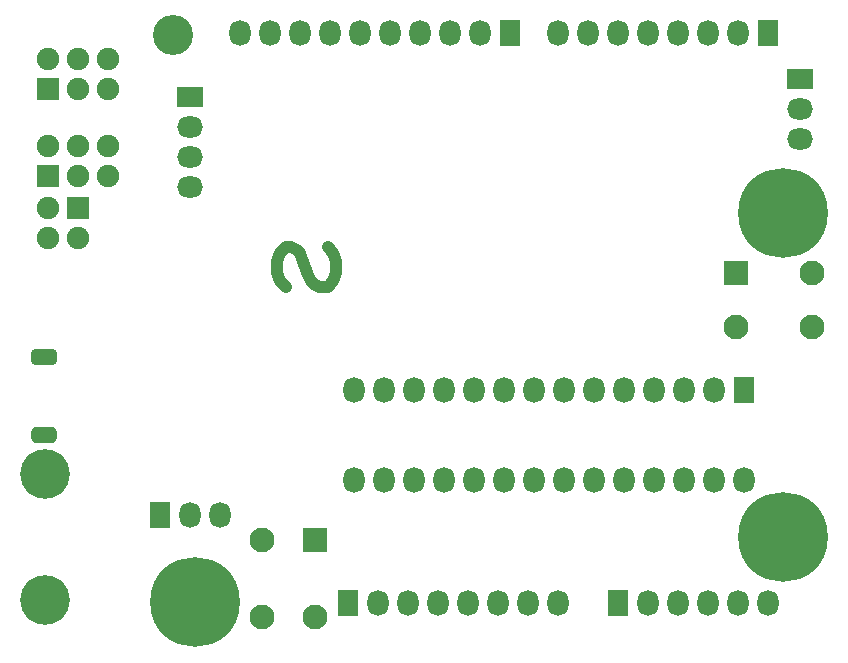
<source format=gbs>
G04*
G04 #@! TF.GenerationSoftware,Altium Limited,Altium Designer,22.5.1 (42)*
G04*
G04 Layer_Color=16711935*
%FSLAX44Y44*%
%MOMM*%
G71*
G04*
G04 #@! TF.SameCoordinates,41AE30FE-043A-47DD-A292-25B9FDFD75C8*
G04*
G04*
G04 #@! TF.FilePolarity,Negative*
G04*
G01*
G75*
%ADD21R,1.9000X1.9000*%
%ADD41R,2.1000X2.1000*%
%ADD56C,4.2000*%
%ADD57C,3.4000*%
%ADD58R,1.8000X2.2000*%
%ADD59O,1.8000X2.2000*%
%ADD60O,2.2000X1.8000*%
%ADD61R,2.2000X1.8000*%
%ADD62C,1.9000*%
%ADD63C,2.1000*%
%ADD64R,2.1000X2.1000*%
%ADD65C,7.6000*%
G04:AMPARAMS|DCode=66|XSize=2.2mm|YSize=1.4mm|CornerRadius=0.4mm|HoleSize=0mm|Usage=FLASHONLY|Rotation=0.000|XOffset=0mm|YOffset=0mm|HoleType=Round|Shape=RoundedRectangle|*
%AMROUNDEDRECTD66*
21,1,2.2000,0.6000,0,0,0.0*
21,1,1.4000,1.4000,0,0,0.0*
1,1,0.8000,0.7000,-0.3000*
1,1,0.8000,-0.7000,-0.3000*
1,1,0.8000,-0.7000,0.3000*
1,1,0.8000,0.7000,0.3000*
%
%ADD66ROUNDEDRECTD66*%
G04:AMPARAMS|DCode=67|XSize=2.2mm|YSize=1.4mm|CornerRadius=0.46mm|HoleSize=0mm|Usage=FLASHONLY|Rotation=0.000|XOffset=0mm|YOffset=0mm|HoleType=Round|Shape=RoundedRectangle|*
%AMROUNDEDRECTD67*
21,1,2.2000,0.4800,0,0,0.0*
21,1,1.2800,1.4000,0,0,0.0*
1,1,0.9200,0.6400,-0.2400*
1,1,0.9200,-0.6400,-0.2400*
1,1,0.9200,-0.6400,0.2400*
1,1,0.9200,0.6400,0.2400*
%
%ADD67ROUNDEDRECTD67*%
%ADD85C,1.0000*%
D21*
X25400Y460300D02*
D03*
Y387300D02*
D03*
X50800Y360000D02*
D03*
D41*
X607580Y304440D02*
D03*
D56*
X22860Y134620D02*
D03*
Y27940D02*
D03*
D57*
X131000Y506000D02*
D03*
D58*
X416560Y508000D02*
D03*
X279400Y25400D02*
D03*
X635000Y508000D02*
D03*
X120600Y100000D02*
D03*
X508000Y25400D02*
D03*
X614680Y205740D02*
D03*
D59*
X391160Y508000D02*
D03*
X365760D02*
D03*
X340360D02*
D03*
X314960D02*
D03*
X289560D02*
D03*
X264160D02*
D03*
X238760D02*
D03*
X213360D02*
D03*
X187960D02*
D03*
X457200Y25400D02*
D03*
X431800D02*
D03*
X406400D02*
D03*
X381000D02*
D03*
X355600D02*
D03*
X330200D02*
D03*
X304800D02*
D03*
X457200Y508000D02*
D03*
X482600D02*
D03*
X508000D02*
D03*
X533400D02*
D03*
X558800D02*
D03*
X584200D02*
D03*
X609600D02*
D03*
X146000Y100000D02*
D03*
X171400D02*
D03*
X533400Y25400D02*
D03*
X558800D02*
D03*
X584200D02*
D03*
X609600D02*
D03*
X635000D02*
D03*
X284480Y129540D02*
D03*
X309880D02*
D03*
X335280D02*
D03*
X360680D02*
D03*
X386080D02*
D03*
X411480D02*
D03*
X436880D02*
D03*
X487680D02*
D03*
X513080D02*
D03*
X538480D02*
D03*
X563880D02*
D03*
X589280D02*
D03*
X614680D02*
D03*
X284480Y205740D02*
D03*
X309880D02*
D03*
X335280D02*
D03*
X360680D02*
D03*
X386080D02*
D03*
X411480D02*
D03*
X462280D02*
D03*
X487680D02*
D03*
X513080D02*
D03*
X538480D02*
D03*
X563880D02*
D03*
X589280D02*
D03*
X462280Y129540D02*
D03*
X436880Y205740D02*
D03*
D60*
X146000Y377900D02*
D03*
Y403300D02*
D03*
Y428700D02*
D03*
X662000Y443600D02*
D03*
Y418200D02*
D03*
D61*
X146000Y454100D02*
D03*
X662000Y469000D02*
D03*
D62*
X50800Y460300D02*
D03*
X76200D02*
D03*
X25400Y485700D02*
D03*
X50800D02*
D03*
X76200D02*
D03*
X50800Y387300D02*
D03*
X76200D02*
D03*
X25400Y412700D02*
D03*
X50800D02*
D03*
X76200D02*
D03*
X25400Y334600D02*
D03*
X50800D02*
D03*
X25400Y360000D02*
D03*
D63*
X607580Y259440D02*
D03*
X672580D02*
D03*
Y304440D02*
D03*
X206500Y78500D02*
D03*
Y13500D02*
D03*
X251500D02*
D03*
D64*
Y78500D02*
D03*
D65*
X150000Y26000D02*
D03*
X648000Y81000D02*
D03*
Y355600D02*
D03*
D66*
X21995Y234000D02*
D03*
D67*
Y168000D02*
D03*
D85*
X226552Y293217D02*
X221791Y297978D01*
X219411Y305119D01*
Y314641D01*
X221791Y321782D01*
X226552Y326543D01*
X231313D01*
X236074Y324163D01*
X238454Y321782D01*
X240835Y317021D01*
X245596Y302739D01*
X247976Y297978D01*
X250357Y295597D01*
X255117Y293217D01*
X262259D01*
X267020Y297978D01*
X269400Y305119D01*
Y314641D01*
X267020Y321782D01*
X262259Y326543D01*
M02*

</source>
